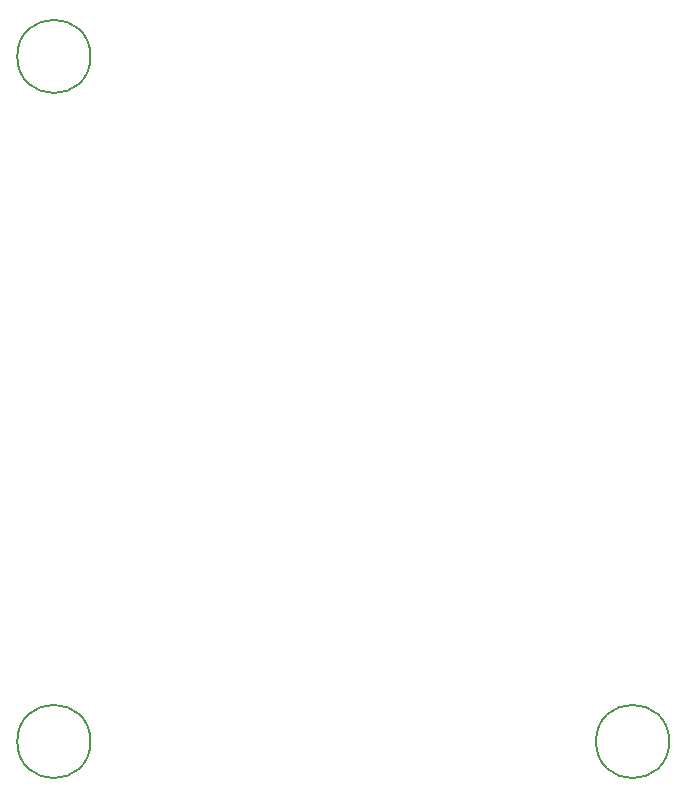
<source format=gbr>
G04 #@! TF.FileFunction,Other,User*
%FSLAX46Y46*%
G04 Gerber Fmt 4.6, Leading zero omitted, Abs format (unit mm)*
G04 Created by KiCad (PCBNEW 4.0.2-1.fc23-product) date Mon 23 May 2016 18:37:12 BST*
%MOMM*%
G01*
G04 APERTURE LIST*
%ADD10C,0.100000*%
%ADD11C,0.150000*%
G04 APERTURE END LIST*
D10*
D11*
X74670000Y-76100000D02*
G75*
G03X74670000Y-76100000I-3100000J0D01*
G01*
X123670000Y-134100000D02*
G75*
G03X123670000Y-134100000I-3100000J0D01*
G01*
X74670000Y-134100000D02*
G75*
G03X74670000Y-134100000I-3100000J0D01*
G01*
M02*

</source>
